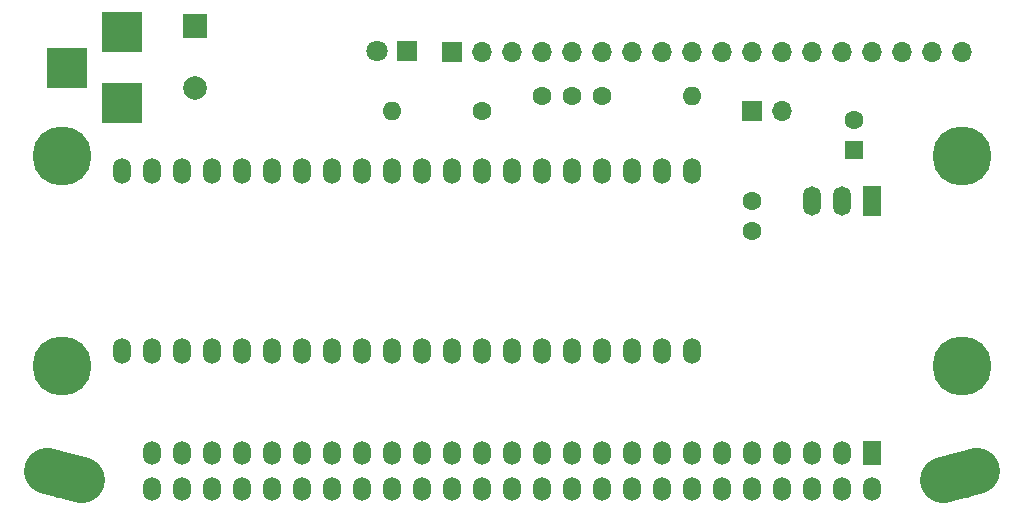
<source format=gbr>
G04 #@! TF.GenerationSoftware,KiCad,Pcbnew,(5.0.0-rc3-dev)*
G04 #@! TF.CreationDate,2019-04-27T01:24:41+02:00*
G04 #@! TF.ProjectId,Lawo 28x13 Interface,4C61776F20323878313320496E746572,1.1.1*
G04 #@! TF.SameCoordinates,Original*
G04 #@! TF.FileFunction,Soldermask,Top*
G04 #@! TF.FilePolarity,Negative*
%FSLAX46Y46*%
G04 Gerber Fmt 4.6, Leading zero omitted, Abs format (unit mm)*
G04 Created by KiCad (PCBNEW (5.0.0-rc3-dev)) date 2019 April 27, Saturday 01:24:41*
%MOMM*%
%LPD*%
G01*
G04 APERTURE LIST*
%ADD10C,1.600000*%
%ADD11C,1.800000*%
%ADD12R,1.800000X1.800000*%
%ADD13O,1.600000X1.600000*%
%ADD14O,1.501140X2.199640*%
%ADD15R,2.000000X2.000000*%
%ADD16C,2.000000*%
%ADD17C,3.900000*%
%ADD18C,3.900000*%
%ADD19O,1.500000X2.000000*%
%ADD20R,1.500000X2.000000*%
%ADD21C,5.000000*%
%ADD22R,3.500120X3.500120*%
%ADD23R,1.600000X1.600000*%
%ADD24O,1.700000X1.700000*%
%ADD25R,1.700000X1.700000*%
%ADD26R,1.500000X2.500000*%
%ADD27O,1.500000X2.500000*%
G04 APERTURE END LIST*
D10*
G04 #@! TO.C,C3*
X167640000Y-106680000D03*
X167640000Y-109180000D03*
G04 #@! TD*
D11*
G04 #@! TO.C,LED1*
X135890000Y-93980000D03*
D12*
X138430000Y-93980000D03*
G04 #@! TD*
D10*
G04 #@! TO.C,R2*
X144780000Y-99060000D03*
D13*
X137160000Y-99060000D03*
G04 #@! TD*
D14*
G04 #@! TO.C,IC1*
X114300000Y-104140000D03*
X116840000Y-104140000D03*
X119380000Y-104140000D03*
X121920000Y-104140000D03*
X124460000Y-104140000D03*
X127000000Y-104140000D03*
X129540000Y-104140000D03*
X132080000Y-104140000D03*
X134620000Y-104140000D03*
X137160000Y-104140000D03*
X139700000Y-104140000D03*
X142240000Y-104140000D03*
X144780000Y-104140000D03*
X147320000Y-104140000D03*
X149860000Y-104140000D03*
X152400000Y-104140000D03*
X154940000Y-104140000D03*
X157480000Y-104140000D03*
X160020000Y-104140000D03*
X162560000Y-104140000D03*
X162560000Y-119380000D03*
X160020000Y-119380000D03*
X157480000Y-119380000D03*
X154940000Y-119380000D03*
X152400000Y-119380000D03*
X149860000Y-119380000D03*
X147320000Y-119380000D03*
X144780000Y-119380000D03*
X142240000Y-119380000D03*
X139700000Y-119380000D03*
X137160000Y-119380000D03*
X134620000Y-119380000D03*
X132080000Y-119380000D03*
X129540000Y-119380000D03*
X127000000Y-119380000D03*
X124460000Y-119380000D03*
X121920000Y-119380000D03*
X119380000Y-119380000D03*
X116840000Y-119380000D03*
X114300000Y-119380000D03*
G04 #@! TD*
D15*
G04 #@! TO.C,PWR_SW1*
X120500000Y-91838000D03*
D16*
X120500000Y-97138000D03*
G04 #@! TD*
D17*
G04 #@! TO.C,I1*
X185216800Y-129921000D03*
D18*
X183758858Y-130273713D02*
X186674742Y-129568287D01*
D17*
X109423200Y-129921000D03*
D18*
X110881142Y-130273713D02*
X107965258Y-129568287D01*
D19*
X127000000Y-131060000D03*
X127000000Y-128020000D03*
X124460000Y-128020000D03*
X124460000Y-131060000D03*
X121920000Y-131060000D03*
X121920000Y-128020000D03*
X116840000Y-128020000D03*
X116840000Y-131060000D03*
X119380000Y-131060000D03*
X119380000Y-128020000D03*
X132080000Y-128020000D03*
X132080000Y-131060000D03*
X129540000Y-131060000D03*
X129540000Y-128020000D03*
X134620000Y-128020000D03*
X134620000Y-131060000D03*
X137160000Y-131060000D03*
X137160000Y-128020000D03*
X139700000Y-128020000D03*
X139700000Y-131060000D03*
X144780000Y-128020000D03*
X144780000Y-131060000D03*
X142240000Y-131060000D03*
X142240000Y-128020000D03*
X147320000Y-128020000D03*
X147320000Y-131060000D03*
X149860000Y-131060000D03*
X149860000Y-128020000D03*
X152400000Y-128020000D03*
X152400000Y-131060000D03*
X154940000Y-131060000D03*
X154940000Y-128020000D03*
X157480000Y-128020000D03*
X157480000Y-131060000D03*
X160020000Y-131060000D03*
X160020000Y-128020000D03*
X162560000Y-128020000D03*
X162560000Y-131060000D03*
X165100000Y-131060000D03*
X165100000Y-128020000D03*
X167640000Y-128020000D03*
X167640000Y-131060000D03*
X170180000Y-131060000D03*
X170180000Y-128020000D03*
D20*
X177800000Y-128020000D03*
D19*
X177800000Y-131060000D03*
X175260000Y-128020000D03*
X175260000Y-131060000D03*
X172720000Y-128020000D03*
X172720000Y-131060000D03*
G04 #@! TD*
D21*
G04 #@! TO.C,MTH4*
X109220000Y-120650000D03*
G04 #@! TD*
G04 #@! TO.C,MTH2*
X185420000Y-102870000D03*
G04 #@! TD*
G04 #@! TO.C,MTH3*
X185420000Y-120650000D03*
G04 #@! TD*
G04 #@! TO.C,MTH1*
X109220000Y-102870000D03*
G04 #@! TD*
D22*
G04 #@! TO.C,PWR1*
X114300000Y-98402140D03*
X114300000Y-92402660D03*
X109601000Y-95402400D03*
G04 #@! TD*
D10*
G04 #@! TO.C,C1*
X149860000Y-97790000D03*
X152360000Y-97790000D03*
G04 #@! TD*
G04 #@! TO.C,C2*
X176276000Y-99862000D03*
D23*
X176276000Y-102362000D03*
G04 #@! TD*
D24*
G04 #@! TO.C,I2*
X185420000Y-94043500D03*
X182880000Y-94043500D03*
X180340000Y-94043500D03*
X177800000Y-94043500D03*
X175260000Y-94043500D03*
X172720000Y-94043500D03*
X170180000Y-94043500D03*
X167640000Y-94043500D03*
X165100000Y-94043500D03*
X162560000Y-94043500D03*
X160020000Y-94043500D03*
X157480000Y-94043500D03*
X154940000Y-94043500D03*
X152400000Y-94043500D03*
X149860000Y-94043500D03*
X147320000Y-94043500D03*
X144780000Y-94043500D03*
D25*
X142240000Y-94043500D03*
G04 #@! TD*
D13*
G04 #@! TO.C,R1*
X162560000Y-97790000D03*
D10*
X154940000Y-97790000D03*
G04 #@! TD*
D26*
G04 #@! TO.C,U1*
X177800000Y-106680000D03*
D27*
X175260000Y-106680000D03*
X172720000Y-106680000D03*
G04 #@! TD*
D24*
G04 #@! TO.C,I3*
X170180000Y-99060000D03*
D25*
X167640000Y-99060000D03*
G04 #@! TD*
M02*

</source>
